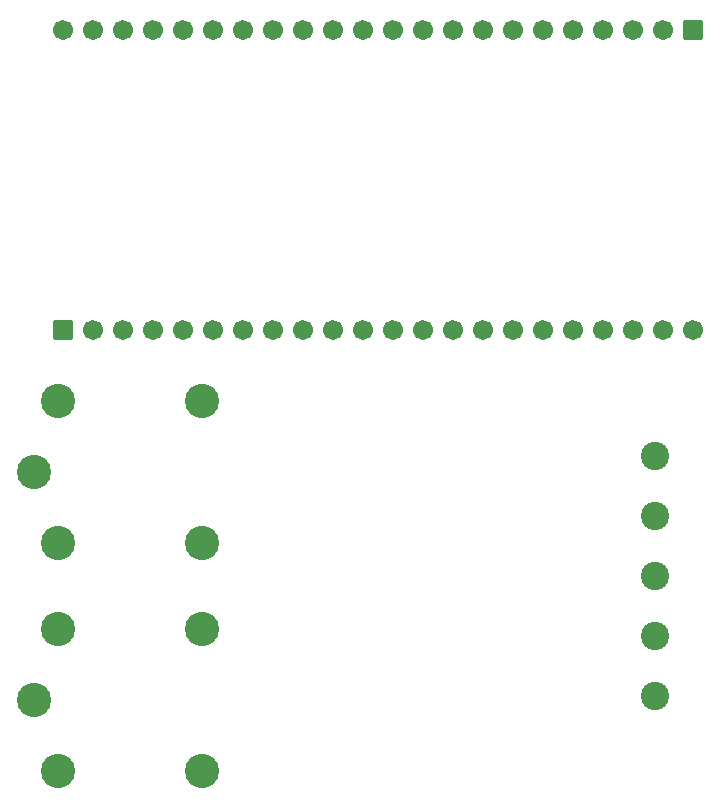
<source format=gbs>
G04 Layer: BottomSolderMaskLayer*
G04 EasyEDA v6.5.40, 2024-08-12 13:02:19*
G04 6ed52e104c50462789560134f86f8d0d,8913b61fcc3f40a88925c8db200aa785,10*
G04 Gerber Generator version 0.2*
G04 Scale: 100 percent, Rotated: No, Reflected: No *
G04 Dimensions in millimeters *
G04 leading zeros omitted , absolute positions ,4 integer and 5 decimal *
%FSLAX45Y45*%
%MOMM*%

%AMMACRO1*1,1,$1,$2,$3*1,1,$1,$4,$5*1,1,$1,0-$2,0-$3*1,1,$1,0-$4,0-$5*20,1,$1,$2,$3,$4,$5,0*20,1,$1,$4,$5,0-$2,0-$3,0*20,1,$1,0-$2,0-$3,0-$4,0-$5,0*20,1,$1,0-$4,0-$5,$2,$3,0*4,1,4,$2,$3,$4,$5,0-$2,0-$3,0-$4,0-$5,$2,$3,0*%
%ADD10C,2.4000*%
%ADD11C,2.8956*%
%ADD12MACRO1,0.1016X-0.8X0.8X0.8X0.8*%
%ADD13C,1.7016*%
%ADD14MACRO1,0.1016X0.8X-0.8X-0.8X-0.8*%

%LPD*%
D10*
G01*
X9118600Y1257300D03*
G01*
X9118600Y1765300D03*
G01*
X9118600Y2273300D03*
G01*
X9118600Y2781300D03*
G01*
X9118600Y3289300D03*
D11*
G01*
X5279999Y621258D03*
G01*
X3859987Y1221206D03*
G01*
X4059986Y1821205D03*
G01*
X4059986Y621207D03*
G01*
X5279999Y1821154D03*
G01*
X5279999Y2551658D03*
G01*
X3859987Y3151606D03*
G01*
X4059986Y3751605D03*
G01*
X4059986Y2551607D03*
G01*
X5279999Y3751554D03*
D12*
G01*
X4102087Y4356092D03*
D13*
G01*
X4356100Y4356100D03*
G01*
X4610100Y4356100D03*
G01*
X4864100Y4356100D03*
G01*
X5118100Y4356100D03*
G01*
X5372100Y4356100D03*
G01*
X5626100Y4356100D03*
G01*
X5880100Y4356100D03*
G01*
X6134100Y4356100D03*
G01*
X6388100Y4356100D03*
G01*
X6642100Y4356100D03*
G01*
X6896100Y4356100D03*
G01*
X7150100Y4356100D03*
G01*
X7404100Y4356100D03*
G01*
X7658100Y4356100D03*
G01*
X7912100Y4356100D03*
G01*
X8166100Y4356100D03*
G01*
X8420100Y4356100D03*
G01*
X8674100Y4356100D03*
G01*
X8928100Y4356100D03*
G01*
X9182100Y4356100D03*
G01*
X9436100Y4356100D03*
D14*
G01*
X9436100Y6896087D03*
D13*
G01*
X9182100Y6896100D03*
G01*
X8928100Y6896100D03*
G01*
X8674100Y6896100D03*
G01*
X8420100Y6896100D03*
G01*
X8166100Y6896100D03*
G01*
X7912100Y6896100D03*
G01*
X7658100Y6896100D03*
G01*
X7404100Y6896100D03*
G01*
X7150100Y6896100D03*
G01*
X6896100Y6896100D03*
G01*
X6642100Y6896100D03*
G01*
X6388100Y6896100D03*
G01*
X6134100Y6896100D03*
G01*
X5880100Y6896100D03*
G01*
X5626100Y6896100D03*
G01*
X5372100Y6896100D03*
G01*
X5118100Y6896100D03*
G01*
X4864100Y6896100D03*
G01*
X4610100Y6896100D03*
G01*
X4356100Y6896100D03*
G01*
X4102100Y6896100D03*
M02*

</source>
